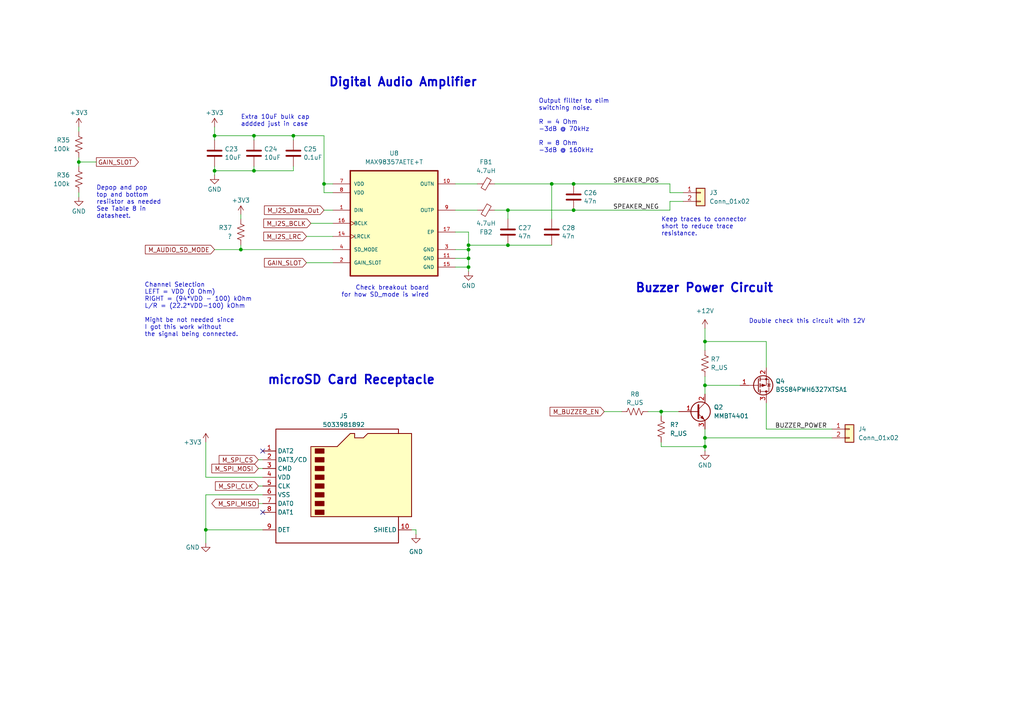
<source format=kicad_sch>
(kicad_sch (version 20230121) (generator eeschema)
  (paper "A4")
  (title_block (title "BoardLock Schematic") (rev "Rev1") (company "Schetmatic"))
  (lib_symbols
    (symbol "Connector:Micro_SD_Card_Det1"
      (property "Reference" "J" (at -16.51 17.78 0))
      (property "Value" "Micro_SD_Card_Det1" (at 16.51 17.78 0))
      (symbol "Micro_SD_Card_Det1_0_1"
        (rectangle (start -7.62 -6.985) (end -5.08 -8.255) (stroke (width 0.254)) (fill (type outline)))
        (rectangle (start -7.62 -4.445) (end -5.08 -5.715) (stroke (width 0.254)) (fill (type outline)))
        (rectangle (start -7.62 -1.905) (end -5.08 -3.175) (stroke (width 0.254)) (fill (type outline)))
        (rectangle (start -7.62 0.635) (end -5.08 -0.635) (stroke (width 0.254)) (fill (type outline)))
        (rectangle (start -7.62 3.175) (end -5.08 1.905) (stroke (width 0.254)) (fill (type outline)))
        (rectangle (start -7.62 5.715) (end -5.08 4.445) (stroke (width 0.254)) (fill (type outline)))
        (rectangle (start -7.62 8.255) (end -5.08 6.985) (stroke (width 0.254)) (fill (type outline)))
        (rectangle (start -7.62 10.795) (end -5.08 9.525) (stroke (width 0.254)) (fill (type outline)))
        (polyline (pts (xy 16.51 15.24) (xy 16.51 16.51) (xy -19.05 16.51) (xy -19.05 -16.51) (xy 16.51 -16.51) (xy 16.51 -8.89)) (stroke (width 0.254)))
        (polyline (pts (xy -8.89 -8.89) (xy -8.89 11.43) (xy -1.27 11.43) (xy 2.54 15.24) (xy 3.81 15.24) (xy 3.81 13.97) (xy 6.35 13.97) (xy 7.62 15.24) (xy 20.32 15.24) (xy 20.32 -8.89) (xy -8.89 -8.89)) (stroke (width 0.254)) (fill (type background)))
      )
      (symbol "Micro_SD_Card_Det1_1_1"
        (pin bidirectional line (at -22.86 10.16 0) (length 3.81) (name "DAT2") (number "1"))
        (pin passive line (at 20.32 -12.7 180) (length 3.81) (name "SHIELD") (number "10"))
        (pin bidirectional line (at -22.86 7.62 0) (length 3.81) (name "DAT3/CD") (number "2"))
        (pin input line (at -22.86 5.08 0) (length 3.81) (name "CMD") (number "3"))
        (pin power_in line (at -22.86 2.54 0) (length 3.81) (name "VDD") (number "4"))
        (pin input line (at -22.86 0 0) (length 3.81) (name "CLK") (number "5"))
        (pin power_in line (at -22.86 -2.54 0) (length 3.81) (name "VSS") (number "6"))
        (pin bidirectional line (at -22.86 -5.08 0) (length 3.81) (name "DAT0") (number "7"))
        (pin bidirectional line (at -22.86 -7.62 0) (length 3.81) (name "DAT1") (number "8"))
        (pin passive line (at -22.86 -12.7 0) (length 3.81) (name "DET") (number "9"))
      )
    )
    (symbol "Connector_Generic:Conn_01x02" (pin_names (offset 1.016) hide)
      (property "Reference" "J" (at 0 2.54 0))
      (property "Value" "Conn_01x02" (at 0 -5.08 0))
      (symbol "Conn_01x02_1_1"
        (rectangle (start -1.27 -2.413) (end 0 -2.667) (stroke (width 0.1524)))
        (rectangle (start -1.27 0.127) (end 0 -0.127) (stroke (width 0.1524)))
        (rectangle (start -1.27 1.27) (end 1.27 -3.81) (stroke (width 0.254)) (fill (type background)))
        (pin passive line (at -5.08 0 0) (length 3.81) (name "Pin_1") (number "1"))
        (pin passive line (at -5.08 -2.54 0) (length 3.81) (name "Pin_2") (number "2"))
      )
    )
    (symbol "Device:C" (pin_numbers hide) (pin_names (offset 0.254))
      (property "Reference" "C" (at 0.635 2.54 0))
      (property "Value" "C" (at 0.635 -2.54 0))
      (symbol "C_0_1"
        (polyline (pts (xy -2.032 -0.762) (xy 2.032 -0.762)) (stroke (width 0.508)))
        (polyline (pts (xy -2.032 0.762) (xy 2.032 0.762)) (stroke (width 0.508)))
      )
      (symbol "C_1_1"
        (pin passive line (at 0 3.81 270) (length 2.794) (name "~") (number "1"))
        (pin passive line (at 0 -3.81 90) (length 2.794) (name "~") (number "2"))
      )
    )
    (symbol "Device:FerriteBead_Small" (pin_numbers hide) (pin_names (offset 0))
      (property "Reference" "FB" (at 1.905 1.27 0))
      (property "Value" "FerriteBead_Small" (at 1.905 -1.27 0))
      (symbol "FerriteBead_Small_0_1"
        (polyline (pts (xy 0 -1.27) (xy 0 -0.7874)))
        (polyline (pts (xy 0 0.889) (xy 0 1.2954)))
        (polyline (pts (xy -1.8288 0.2794) (xy -1.1176 1.4986) (xy 1.8288 -0.2032) (xy 1.1176 -1.4224) (xy -1.8288 0.2794)))
      )
      (symbol "FerriteBead_Small_1_1"
        (pin passive line (at 0 2.54 270) (length 1.27) (name "~") (number "1"))
        (pin passive line (at 0 -2.54 90) (length 1.27) (name "~") (number "2"))
      )
    )
    (symbol "Device:Q_NPN_BCE" (pin_names (offset 0) hide)
      (property "Reference" "Q" (at 5.08 1.27 0))
      (property "Value" "Q_NPN_BCE" (at 5.08 -1.27 0))
      (symbol "Q_NPN_BCE_0_1"
        (polyline (pts (xy 0.635 0.635) (xy 2.54 2.54)))
        (polyline (pts (xy 0.635 -0.635) (xy 2.54 -2.54) (xy 2.54 -2.54)))
        (polyline (pts (xy 0.635 1.905) (xy 0.635 -1.905) (xy 0.635 -1.905)) (stroke (width 0.508)))
        (polyline (pts (xy 1.27 -1.778) (xy 1.778 -1.27) (xy 2.286 -2.286) (xy 1.27 -1.778) (xy 1.27 -1.778)) (fill (type outline)))
        (circle (center 1.27 0) (radius 2.8194) (stroke (width 0.254)))
      )
      (symbol "Q_NPN_BCE_1_1"
        (pin input line (at -5.08 0 0) (length 5.715) (name "B") (number "1"))
        (pin passive line (at 2.54 5.08 270) (length 2.54) (name "C") (number "2"))
        (pin passive line (at 2.54 -5.08 90) (length 2.54) (name "E") (number "3"))
      )
    )
    (symbol "Device:Q_PMOS_GSD" (pin_names (offset 0) hide)
      (property "Reference" "Q" (at 5.08 1.27 0))
      (property "Value" "Q_PMOS_GSD" (at 5.08 -1.27 0))
      (symbol "Q_PMOS_GSD_0_1"
        (polyline (pts (xy 0.254 0) (xy -2.54 0)))
        (polyline (pts (xy 0.254 1.905) (xy 0.254 -1.905)) (stroke (width 0.254)))
        (polyline (pts (xy 0.762 -1.27) (xy 0.762 -2.286)) (stroke (width 0.254)))
        (polyline (pts (xy 0.762 0.508) (xy 0.762 -0.508)) (stroke (width 0.254)))
        (polyline (pts (xy 0.762 2.286) (xy 0.762 1.27)) (stroke (width 0.254)))
        (polyline (pts (xy 2.54 2.54) (xy 2.54 1.778)))
        (polyline (pts (xy 2.54 -2.54) (xy 2.54 0) (xy 0.762 0)))
        (polyline (pts (xy 0.762 1.778) (xy 3.302 1.778) (xy 3.302 -1.778) (xy 0.762 -1.778)))
        (polyline (pts (xy 2.286 0) (xy 1.27 0.381) (xy 1.27 -0.381) (xy 2.286 0)) (fill (type outline)))
        (polyline (pts (xy 2.794 -0.508) (xy 2.921 -0.381) (xy 3.683 -0.381) (xy 3.81 -0.254)))
        (polyline (pts (xy 3.302 -0.381) (xy 2.921 0.254) (xy 3.683 0.254) (xy 3.302 -0.381)))
        (circle (center 1.651 0) (radius 2.794) (stroke (width 0.254)))
        (circle (center 2.54 -1.778) (radius 0.254) (fill (type outline)))
        (circle (center 2.54 1.778) (radius 0.254) (fill (type outline)))
      )
      (symbol "Q_PMOS_GSD_1_1"
        (pin input line (at -5.08 0 0) (length 2.54) (name "G") (number "1"))
        (pin passive line (at 2.54 -5.08 90) (length 2.54) (name "S") (number "2"))
        (pin passive line (at 2.54 5.08 270) (length 2.54) (name "D") (number "3"))
      )
    )
    (symbol "Device:R_US" (pin_numbers hide) (pin_names (offset 0))
      (property "Reference" "R" (at 2.54 0 90))
      (property "Value" "R_US" (at -2.54 0 90))
      (symbol "R_US_0_1"
        (polyline (pts (xy 0 -2.286) (xy 0 -2.54)))
        (polyline (pts (xy 0 2.286) (xy 0 2.54)))
        (polyline (pts (xy 0 -0.762) (xy 1.016 -1.143) (xy 0 -1.524) (xy -1.016 -1.905) (xy 0 -2.286)))
        (polyline (pts (xy 0 0.762) (xy 1.016 0.381) (xy 0 0) (xy -1.016 -0.381) (xy 0 -0.762)))
        (polyline (pts (xy 0 2.286) (xy 1.016 1.905) (xy 0 1.524) (xy -1.016 1.143) (xy 0 0.762)))
      )
      (symbol "R_US_1_1"
        (pin passive line (at 0 3.81 270) (length 1.27) (name "~") (number "1"))
        (pin passive line (at 0 -3.81 90) (length 1.27) (name "~") (number "2"))
      )
    )
    (symbol "MAX98357AETE+T:MAX98357AETE+T" (pin_names (offset 1.016))
      (property "Reference" "U" (at -12.7 16.24 0))
      (property "Value" "MAX98357AETE+T" (at -8.89 -17.78 0))
      (symbol "MAX98357AETE+T_0_0"
        (rectangle (start -12.7 15.24) (end 12.7 -15.24) (stroke (width 0.41)) (fill (type background)))
        (pin input line (at -17.78 3.81 0) (length 5.08) (name "DIN") (number "1"))
        (pin output line (at 17.78 11.43 180) (length 5.08) (name "OUTN") (number "10"))
        (pin power_in line (at 17.78 -10.16 180) (length 5.08) (name "GND") (number "11"))
        (pin input clock (at -17.78 -3.81 0) (length 5.08) (name "LRCLK") (number "14"))
        (pin power_in line (at 17.78 -12.7 180) (length 5.08) (name "GND") (number "15"))
        (pin input clock (at -17.78 0 0) (length 5.08) (name "BCLK") (number "16"))
        (pin power_in line (at 17.78 -2.54 180) (length 5.08) (name "EP") (number "17"))
        (pin input line (at -17.78 -11.43 0) (length 5.08) (name "GAIN_SLOT") (number "2"))
        (pin power_in line (at 17.78 -7.62 180) (length 5.08) (name "GND") (number "3"))
        (pin input line (at -17.78 -7.62 0) (length 5.08) (name "SD_MODE") (number "4"))
        (pin power_in line (at -17.78 11.43 0) (length 5.08) (name "VDD") (number "7"))
        (pin power_in line (at -17.78 8.89 0) (length 5.08) (name "VDD") (number "8"))
        (pin output line (at 17.78 3.81 180) (length 5.08) (name "OUTP") (number "9"))
      )
    )
    (symbol "power:+12V" (power) (pin_names (offset 0))
      (property "Value" "+12V" (at 0 3.556 0))
      (symbol "+12V_0_1"
        (polyline (pts (xy -0.762 1.27) (xy 0 2.54)))
        (polyline (pts (xy 0 0) (xy 0 2.54)))
        (polyline (pts (xy 0 2.54) (xy 0.762 1.27)))
      )
      (symbol "+12V_1_1"
        (pin power_in line (at 0 0 90) (length 0) hide (name "+12V") (number "1"))
      )
    )
    (symbol "power:+3V3" (power) (pin_names (offset 0))
      (property "Value" "+3V3" (at 0 3.556 0))
      (symbol "+3V3_0_1"
        (polyline (pts (xy -0.762 1.27) (xy 0 2.54)))
        (polyline (pts (xy 0 0) (xy 0 2.54)))
        (polyline (pts (xy 0 2.54) (xy 0.762 1.27)))
      )
      (symbol "+3V3_1_1"
        (pin power_in line (at 0 0 90) (length 0) hide (name "+3V3") (number "1"))
      )
    )
    (symbol "power:GND" (power) (pin_names (offset 0))
      (property "Value" "GND" (at 0 -3.81 0))
      (symbol "GND_0_1"
        (polyline (pts (xy 0 0) (xy 0 -1.27) (xy 1.27 -1.27) (xy 0 -2.54) (xy -1.27 -1.27) (xy 0 -1.27)))
      )
      (symbol "GND_1_1"
        (pin power_in line (at 0 0 270) (length 0) hide (name "GND") (number "1"))
      )
    )
  )
  (junction (at 22.86 46.99))
  (junction (at 73.66 49.53))
  (junction (at 62.23 39.37))
  (junction (at 135.89 72.39))
  (junction (at 147.32 60.96))
  (junction (at 204.47 111.76))
  (junction (at 166.37 53.34))
  (junction (at 204.47 127))
  (junction (at 135.89 77.47))
  (junction (at 204.47 99.06))
  (junction (at 59.69 153.67))
  (junction (at 93.98 53.34))
  (junction (at 69.85 72.39))
  (junction (at 147.32 71.12))
  (junction (at 204.47 129.54))
  (junction (at 73.66 39.37))
  (junction (at 166.37 60.96))
  (junction (at 135.89 71.12))
  (junction (at 85.09 39.37))
  (junction (at 135.89 74.93))
  (junction (at 191.77 119.38))
  (junction (at 160.02 53.34))
  (junction (at 62.23 49.53))
  (no_connect (at 76.2 148.59))
  (no_connect (at 76.2 130.81))
  (wire (pts (xy 59.69 157.48) (xy 59.69 153.67)))
  (wire (pts (xy 22.86 46.99) (xy 27.94 46.99)))
  (wire (pts (xy 22.86 46.99) (xy 22.86 48.26)))
  (wire (pts (xy 191.77 129.54) (xy 204.47 129.54)))
  (wire (pts (xy 120.65 153.67) (xy 120.65 154.94)))
  (wire (pts (xy 73.66 39.37) (xy 85.09 39.37)))
  (wire (pts (xy 204.47 95.25) (xy 204.47 99.06)))
  (wire (pts (xy 93.98 53.34) (xy 96.52 53.34)))
  (wire (pts (xy 204.47 127) (xy 241.3 127)))
  (wire (pts (xy 135.89 67.31) (xy 135.89 71.12)))
  (wire (pts (xy 160.02 53.34) (xy 160.02 63.5)))
  (wire (pts (xy 59.69 153.67) (xy 59.69 143.51)))
  (wire (pts (xy 69.85 62.23) (xy 69.85 63.5)))
  (wire (pts (xy 90.17 64.77) (xy 96.52 64.77)))
  (wire (pts (xy 147.32 60.96) (xy 147.32 63.5)))
  (wire (pts (xy 191.77 119.38) (xy 191.77 120.65)))
  (wire (pts (xy 74.93 133.35) (xy 76.2 133.35)))
  (wire (pts (xy 88.9 76.2) (xy 96.52 76.2)))
  (wire (pts (xy 93.98 55.88) (xy 96.52 55.88)))
  (wire (pts (xy 93.98 39.37) (xy 85.09 39.37)))
  (wire (pts (xy 204.47 109.22) (xy 204.47 111.76)))
  (wire (pts (xy 135.89 71.12) (xy 147.32 71.12)))
  (wire (pts (xy 22.86 36.83) (xy 22.86 38.1)))
  (wire (pts (xy 93.98 53.34) (xy 93.98 39.37)))
  (wire (pts (xy 62.23 49.53) (xy 73.66 49.53)))
  (wire (pts (xy 194.31 58.42) (xy 198.12 58.42)))
  (wire (pts (xy 143.51 60.96) (xy 147.32 60.96)))
  (wire (pts (xy 62.23 40.64) (xy 62.23 39.37)))
  (wire (pts (xy 194.31 55.88) (xy 198.12 55.88)))
  (wire (pts (xy 69.85 72.39) (xy 96.52 72.39)))
  (wire (pts (xy 76.2 140.97) (xy 74.93 140.97)))
  (wire (pts (xy 187.96 119.38) (xy 191.77 119.38)))
  (wire (pts (xy 62.23 36.83) (xy 62.23 39.37)))
  (wire (pts (xy 59.69 153.67) (xy 76.2 153.67)))
  (wire (pts (xy 194.31 53.34) (xy 194.31 55.88)))
  (wire (pts (xy 214.63 111.76) (xy 204.47 111.76)))
  (wire (pts (xy 135.89 71.12) (xy 135.89 72.39)))
  (wire (pts (xy 222.25 116.84) (xy 222.25 124.46)))
  (wire (pts (xy 194.31 58.42) (xy 194.31 60.96)))
  (wire (pts (xy 204.47 111.76) (xy 204.47 114.3)))
  (wire (pts (xy 73.66 39.37) (xy 73.66 40.64)))
  (wire (pts (xy 88.9 68.58) (xy 96.52 68.58)))
  (wire (pts (xy 160.02 53.34) (xy 166.37 53.34)))
  (wire (pts (xy 132.08 74.93) (xy 135.89 74.93)))
  (wire (pts (xy 191.77 119.38) (xy 196.85 119.38)))
  (wire (pts (xy 135.89 72.39) (xy 135.89 74.93)))
  (wire (pts (xy 62.23 39.37) (xy 73.66 39.37)))
  (wire (pts (xy 175.26 119.38) (xy 180.34 119.38)))
  (wire (pts (xy 69.85 71.12) (xy 69.85 72.39)))
  (wire (pts (xy 166.37 60.96) (xy 194.31 60.96)))
  (wire (pts (xy 204.47 99.06) (xy 222.25 99.06)))
  (wire (pts (xy 62.23 49.53) (xy 62.23 50.8)))
  (wire (pts (xy 59.69 143.51) (xy 76.2 143.51)))
  (wire (pts (xy 222.25 99.06) (xy 222.25 106.68)))
  (wire (pts (xy 76.2 135.89) (xy 74.93 135.89)))
  (wire (pts (xy 204.47 129.54) (xy 204.47 130.81)))
  (wire (pts (xy 132.08 77.47) (xy 135.89 77.47)))
  (wire (pts (xy 143.51 53.34) (xy 160.02 53.34)))
  (wire (pts (xy 132.08 53.34) (xy 138.43 53.34)))
  (wire (pts (xy 132.08 60.96) (xy 138.43 60.96)))
  (wire (pts (xy 191.77 128.27) (xy 191.77 129.54)))
  (wire (pts (xy 73.66 49.53) (xy 85.09 49.53)))
  (wire (pts (xy 120.65 153.67) (xy 119.38 153.67)))
  (wire (pts (xy 147.32 71.12) (xy 160.02 71.12)))
  (wire (pts (xy 93.98 53.34) (xy 93.98 55.88)))
  (wire (pts (xy 22.86 55.88) (xy 22.86 57.15)))
  (wire (pts (xy 85.09 40.64) (xy 85.09 39.37)))
  (wire (pts (xy 222.25 124.46) (xy 241.3 124.46)))
  (wire (pts (xy 76.2 146.05) (xy 74.93 146.05)))
  (wire (pts (xy 59.69 128.27) (xy 59.69 138.43)))
  (wire (pts (xy 135.89 74.93) (xy 135.89 77.47)))
  (wire (pts (xy 85.09 48.26) (xy 85.09 49.53)))
  (wire (pts (xy 62.23 48.26) (xy 62.23 49.53)))
  (wire (pts (xy 132.08 72.39) (xy 135.89 72.39)))
  (wire (pts (xy 204.47 101.6) (xy 204.47 99.06)))
  (wire (pts (xy 147.32 60.96) (xy 166.37 60.96)))
  (wire (pts (xy 59.69 138.43) (xy 76.2 138.43)))
  (wire (pts (xy 166.37 53.34) (xy 194.31 53.34)))
  (wire (pts (xy 204.47 127) (xy 204.47 129.54)))
  (wire (pts (xy 204.47 124.46) (xy 204.47 127)))
  (wire (pts (xy 73.66 49.53) (xy 73.66 48.26)))
  (wire (pts (xy 135.89 78.74) (xy 135.89 77.47)))
  (wire (pts (xy 62.23 72.39) (xy 69.85 72.39)))
  (wire (pts (xy 22.86 45.72) (xy 22.86 46.99)))
  (wire (pts (xy 93.98 60.96) (xy 96.52 60.96)))
  (wire (pts (xy 135.89 67.31) (xy 132.08 67.31)))
  (text "Buzzer Power Circuit" (at 184.15 85.09 0) (effects (font (size 2.5 2.5) (thickness 0.5) bold) (justify left bottom)))
  (text "Check breakout board\nfor how SD_mode is wired" (at 124.46 86.36 0) (effects (font (size 1.27 1.27)) (justify right bottom)))
  (text "Extra 10uF bulk cap \naddded just in case" (at 69.85 36.83 0) (effects (font (size 1.27 1.27)) (justify left bottom)))
  (text "Double check this circuit with 12V" (at 217.17 93.98 0) (effects (font (size 1.27 1.27)) (justify left bottom)))
  (text "Digital Audio Amplifier" (at 95.25 25.4 0) (effects (font (size 2.5 2.5) (thickness 0.5) bold) (justify left bottom)))
  (text "microSD Card Receptacle" (at 77.47 111.76 0) (effects (font (size 2.5 2.5) (thickness 0.5) bold) (justify left bottom)))
  (text "Keep traces to connector\nshort to reduce trace\nresistance." (at 191.77 68.58 0) (effects (font (size 1.27 1.27)) (justify left bottom)))
  (text "Depop and pop\ntop and bottom\nresiistor as needed\nSee Table 8 in \ndatasheet." (at 27.94 63.5 0) (effects (font (size 1.27 1.27)) (justify left bottom)))
  (text "Channel Selection\nLEFT = VDD (0 Ohm)\nRIGHT = (94*VDD - 100) kOhm\nL/R = (22.2*VDD-100) kOhm\n\nMight be not needed since\nI got this work without\nthe signal being connected." (at 41.91 97.79 0) (effects (font (size 1.27 1.27)) (justify left bottom)))
  (text "Output fillter to elim\nswitching noise.\n\nR = 4 Ohm\n-3dB @ 70kHz\n\nR = 8 Ohm\n-3dB @ 160kHz" (at 156.21 44.45 0) (effects (font (size 1.27 1.27)) (justify left bottom)))
  (label "SPEAKER_POS" (at 177.8 53.34 0))
  (label "BUZZER_POWER" (at 224.79 124.46 0))
  (label "SPEAKER_NEG" (at 177.8 60.96 0))
  (global_label "GAIN_SLOT" (shape output) (at 27.94 46.99 0) (property "Intersheetrefs" "${INTERSHEET_REFS}" (effects hide)))
  (global_label "M_SPI_CLK" (shape input) (at 74.93 140.97 180) (property "Intersheetrefs" "${INTERSHEET_REFS}" (effects hide)))
  (global_label "M_BUZZER_EN" (shape input) (at 175.26 119.38 180) (property "Intersheetrefs" "${INTERSHEET_REFS}" (effects hide)))
  (global_label "M_AUDIO_SD_MODE" (shape input) (at 62.23 72.39 180) (property "Intersheetrefs" "${INTERSHEET_REFS}" (effects hide)))
  (global_label "M_SPI_MISO" (shape output) (at 74.93 146.05 180) (property "Intersheetrefs" "${INTERSHEET_REFS}" (effects hide)))
  (global_label "M_I2S_LRC" (shape input) (at 88.9 68.58 180) (property "Intersheetrefs" "${INTERSHEET_REFS}" (effects hide)))
  (global_label "M_I2S_BCLK" (shape input) (at 90.17 64.77 180) (property "Intersheetrefs" "${INTERSHEET_REFS}" (effects hide)))
  (global_label "M_SPI_CS" (shape input) (at 74.93 133.35 180) (property "Intersheetrefs" "${INTERSHEET_REFS}" (effects hide)))
  (global_label "GAIN_SLOT" (shape input) (at 88.9 76.2 180) (property "Intersheetrefs" "${INTERSHEET_REFS}" (effects hide)))
  (global_label "M_I2S_Data_Out" (shape input) (at 93.98 60.96 180) (property "Intersheetrefs" "${INTERSHEET_REFS}" (effects hide)))
  (global_label "M_SPI_MOSI" (shape input) (at 74.93 135.89 180) (property "Intersheetrefs" "${INTERSHEET_REFS}" (effects hide)))
  (symbol (lib_id "Device:Q_PMOS_GSD") (at 219.71 111.76 0) (mirror x) (unit 1)
    (property "Reference" "Q4" (at 224.917 110.5479 0) (effects (justify left)))
    (property "Value" "BSS84PWH6327XTSA1" (at 224.917 112.9721 0) (effects (justify left)))
    (property "Footprint" "Package_TO_SOT_SMD:SOT-323_SC-70_Handsoldering" (effects hide))
    (property "Datasheet" "https://www.infineon.com/dgdl/Infineon-BSS84PW-DS-v01_05-en.pdf?fileId=db3a3043321e49940132482056d32474" (effects hide))
    (instances (project "boardlock" (path "" (reference "Q4") (unit 1)) (path "" (reference "Q4") (unit 1))) (project "boardlock" (path "" (reference "Q1") (unit 1)) (path "" (reference "Q3") (unit 1))))
  )
  (symbol (lib_id "power:+3V3") (at 22.86 36.83 0) (unit 1)
    (property "Reference" "#PWR052" (effects hide))
    (property "Value" "+3V3" (at 22.86 32.6969 0))
  )
  (symbol (lib_id "Connector_Generic:Conn_01x02") (at 203.2 55.88 0) (unit 1)
    (property "Reference" "J3" (at 205.74 55.88 0) (effects (justify left)))
    (property "Value" "Conn_01x02" (at 205.74 58.42 0) (effects (justify left)))
    (property "Footprint" "Connector_JST:JST_XA_B02B-XASK-1_1x02_P2.50mm_Vertical" (effects hide))
  )
  (symbol (lib_id "Connector:Micro_SD_Card_Det1") (at 99.06 140.97 0) (unit 1)
    (property "Reference" "J5" (at 99.695 120.65 0))
    (property "Value" "5033981892" (at 99.695 123.19 0))
    (property "Footprint" "microSD 503398-1892:MOLEX_503398-1892" (effects hide))
    (property "Datasheet" "https://tools.molex.com/pdm_docs/sd/5033981892_sd.pdf" (effects hide))
  )
  (symbol (lib_id "Device:C") (at 147.32 67.31 0) (unit 1)
    (property "Reference" "C27" (at 150.241 66.0979 0) (effects (justify left)))
    (property "Value" "47n" (at 150.241 68.5221 0) (effects (justify left)))
    (property "Footprint" "Capacitor_SMD:C_0805_2012Metric_Pad1.18x1.45mm_HandSolder" (effects hide))
  )
  (symbol (lib_id "power:GND") (at 59.69 157.48 0) (unit 1)
    (property "Reference" "#PWR062" (effects hide))
    (property "Value" "GND" (at 55.88 158.75 0))
  )
  (symbol (lib_id "Connector_Generic:Conn_01x02") (at 246.38 124.46 0) (unit 1)
    (property "Reference" "J4" (at 248.92 124.46 0) (effects (justify left)))
    (property "Value" "Conn_01x02" (at 248.92 127 0) (effects (justify left)))
    (property "Footprint" "Connector_JST:JST_XA_B02B-XASK-1-A_1x02_P2.50mm_Vertical" (effects hide))
  )
  (symbol (lib_id "Device:C") (at 73.66 44.45 0) (unit 1)
    (property "Reference" "C24" (at 76.581 43.2379 0) (effects (justify left)))
    (property "Value" "10uF" (at 76.581 45.6621 0) (effects (justify left)))
    (property "Footprint" "Capacitor_SMD:C_0805_2012Metric_Pad1.18x1.45mm_HandSolder" (effects hide))
  )
  (symbol (lib_id "Device:C") (at 62.23 44.45 0) (unit 1)
    (property "Reference" "C23" (at 65.151 43.2379 0) (effects (justify left)))
    (property "Value" "10uF" (at 65.151 45.6621 0) (effects (justify left)))
    (property "Footprint" "Capacitor_SMD:C_0805_2012Metric_Pad1.18x1.45mm_HandSolder" (effects hide))
  )
  (symbol (lib_id "Device:FerriteBead_Small") (at 140.97 53.34 270) (unit 1)
    (property "Reference" "FB1" (at 140.97 46.99 90))
    (property "Value" "4.7uH" (at 140.97 49.53 90))
    (property "Footprint" "Inductor_SMD:L_1210_3225Metric_Pad1.42x2.65mm_HandSolder" (effects hide))
  )
  (symbol (lib_id "Device:FerriteBead_Small") (at 140.97 60.96 270) (unit 1)
    (property "Reference" "FB2" (at 140.97 67.31 90))
    (property "Value" "4.7uH" (at 140.97 64.77 90))
    (property "Footprint" "Inductor_SMD:L_1210_3225Metric_Pad1.42x2.65mm_HandSolder" (effects hide))
  )
  (symbol (lib_id "Device:R_US") (at 22.86 52.07 0) (unit 1)
    (property "Reference" "R36" (at 20.32 50.8 0) (effects (justify right)))
    (property "Value" "100k" (at 20.32 53.34 0) (effects (justify right)))
    (property "Footprint" "Resistor_SMD:R_0805_2012Metric_Pad1.20x1.40mm_HandSolder" (effects hide))
  )
  (symbol (lib_id "Device:C") (at 166.37 57.15 0) (unit 1)
    (property "Reference" "C26" (at 169.291 55.9379 0) (effects (justify left)))
    (property "Value" "47n" (at 169.291 58.3621 0) (effects (justify left)))
    (property "Footprint" "Capacitor_SMD:C_0805_2012Metric_Pad1.18x1.45mm_HandSolder" (effects hide))
  )
  (symbol (lib_id "power:GND") (at 120.65 154.94 0) (unit 1)
    (property "Reference" "#PWR061" (effects hide))
    (property "Value" "GND" (at 120.65 160.02 0))
  )
  (symbol (lib_id "power:+3V3") (at 59.69 128.27 0) (unit 1)
    (property "Reference" "#PWR059" (effects hide))
    (property "Value" "+3V3" (at 55.88 128.27 0))
  )
  (symbol (lib_id "Device:R_US") (at 204.47 105.41 0) (unit 1)
    (property "Reference" "R7" (at 206.121 104.1979 0) (effects (justify left)))
    (property "Value" "R_US" (at 206.121 106.6221 0) (effects (justify left)))
    (property "Footprint" "Resistor_SMD:R_0805_2012Metric_Pad1.20x1.40mm_HandSolder" (effects hide))
    (instances (project "boardlock" (path "" (reference "R7") (unit 1))) (project "boardlock" (path "" (reference "R4") (unit 1)) (path "" (reference "R38") (unit 1))))
  )
  (symbol (lib_id "power:+3V3") (at 62.23 36.83 0) (unit 1)
    (property "Reference" "#PWR053" (effects hide))
    (property "Value" "+3V3" (at 62.23 32.6969 0))
  )
  (symbol (lib_id "power:GND") (at 204.47 130.81 0) (unit 1)
    (property "Reference" "#PWR010" (effects hide))
    (property "Value" "GND" (at 204.47 134.9431 0))
    (instances (project "boardlock" (path "" (reference "#PWR010") (unit 1))) (project "boardlock" (path "" (reference "#PWR059") (unit 1)) (path "" (reference "#PWR060") (unit 1))))
  )
  (symbol (lib_id "Device:C") (at 160.02 67.31 0) (unit 1)
    (property "Reference" "C28" (at 162.941 66.0979 0) (effects (justify left)))
    (property "Value" "47n" (at 162.941 68.5221 0) (effects (justify left)))
    (property "Footprint" "Capacitor_SMD:C_0805_2012Metric_Pad1.18x1.45mm_HandSolder" (effects hide))
  )
  (symbol (lib_id "power:GND") (at 135.89 78.74 0) (unit 1)
    (property "Reference" "#PWR057" (effects hide))
    (property "Value" "GND" (at 135.89 82.8731 0))
  )
  (symbol (lib_id "power:+3V3") (at 69.85 62.23 0) (unit 1)
    (property "Reference" "#PWR056" (effects hide))
    (property "Value" "+3V3" (at 69.85 58.0969 0))
  )
  (symbol (lib_id "Device:R_US") (at 69.85 67.31 0) (unit 1)
    (property "Reference" "R37" (at 67.31 66.04 0) (effects (justify right)))
    (property "Value" "?" (at 67.31 68.58 0) (effects (justify right)))
    (property "Footprint" "Resistor_SMD:R_0805_2012Metric_Pad1.20x1.40mm_HandSolder" (effects hide))
  )
  (symbol (lib_id "Device:R_US") (at 191.77 124.46 0) (unit 1)
    (property "Reference" "R?" (at 194.31 123.19 0) (effects (justify left)))
    (property "Value" "R_US" (at 194.31 125.73 0) (effects (justify left)))
    (property "Footprint" "Resistor_SMD:R_0805_2012Metric_Pad1.20x1.40mm_HandSolder" (effects hide))
    (instances (project "boardlock" (path "" (reference "R?") (unit 1)) (path "" (reference "R40") (unit 1))))
  )
  (symbol (lib_id "power:+12V") (at 204.47 95.25 0) (unit 1)
    (property "Reference" "#PWR058" (effects hide))
    (property "Value" "+12V" (at 204.47 90.17 0))
  )
  (symbol (lib_id "power:GND") (at 62.23 50.8 0) (unit 1)
    (property "Reference" "#PWR054" (effects hide))
    (property "Value" "GND" (at 62.23 54.9331 0))
  )
  (symbol (lib_id "Device:C") (at 85.09 44.45 0) (unit 1)
    (property "Reference" "C25" (at 88.011 43.2379 0) (effects (justify left)))
    (property "Value" "0.1uF" (at 88.011 45.6621 0) (effects (justify left)))
    (property "Footprint" "Capacitor_SMD:C_0603_1608Metric_Pad1.08x0.95mm_HandSolder" (effects hide))
  )
  (symbol (lib_id "MAX98357AETE+T:MAX98357AETE+T") (at 114.3 64.77 0) (unit 1)
    (property "Reference" "U8" (at 114.3 44.45 0))
    (property "Value" "MAX98357AETE+T" (at 114.3 46.99 0))
    (property "Footprint" "MAX98357AETE+T:QFN50P300X300X80-17N" (effects hide))
    (property "Datasheet" "https://www.analog.com/media/en/technical-documentation/data-sheets/MAX98357A-MAX98357B.pdf" (effects hide))
    (property "MF" "Analog Devices" (effects hide))
    (property "Package" "TQFN-16 Maxim" (effects hide))
    (property "MP" "MAX98357AETE+T" (effects hide))
  )
  (symbol (lib_id "Device:R_US") (at 22.86 41.91 0) (unit 1)
    (property "Reference" "R35" (at 20.32 40.64 0) (effects (justify right)))
    (property "Value" "100k" (at 20.32 43.18 0) (effects (justify right)))
    (property "Footprint" "Resistor_SMD:R_0805_2012Metric_Pad1.20x1.40mm_HandSolder" (effects hide))
  )
  (symbol (lib_id "Device:R_US") (at 184.15 119.38 90) (unit 1)
    (property "Reference" "R8" (at 184.15 114.3467 90))
    (property "Value" "R_US" (at 184.15 116.7709 90))
    (property "Footprint" "Resistor_SMD:R_0805_2012Metric_Pad1.20x1.40mm_HandSolder" (effects hide))
    (instances (project "boardlock" (path "" (reference "R8") (unit 1))) (project "boardlock" (path "" (reference "R16") (unit 1)) (path "" (reference "R39") (unit 1))))
  )
  (symbol (lib_id "Device:Q_NPN_BCE") (at 201.93 119.38 0) (unit 1)
    (property "Reference" "Q2" (at 207.01 118.11 0) (effects (justify left)))
    (property "Value" "MMBT4401" (at 207.01 120.65 0) (effects (justify left)))
    (property "Footprint" "Package_TO_SOT_SMD:SOT-23-3" (effects hide))
    (instances (project "boardlock" (path "" (reference "Q2") (unit 1))) (project "boardlock" (path "" (reference "Q2") (unit 1)) (path "" (reference "Q4") (unit 1))))
  )
  (symbol (lib_id "power:GND") (at 22.86 57.15 0) (unit 1)
    (property "Reference" "#PWR055" (effects hide))
    (property "Value" "GND" (at 22.86 61.2831 0))
  )
)
</source>
